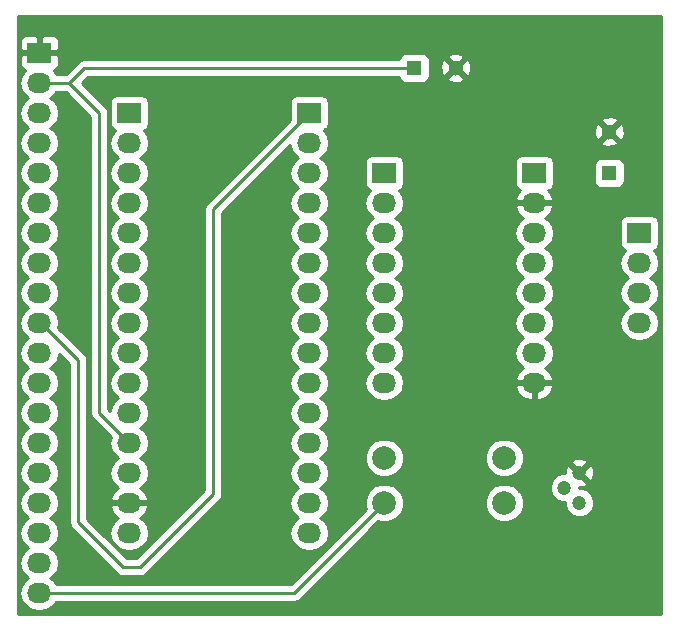
<source format=gbl>
G04 #@! TF.FileFunction,Copper,L2,Bot,Signal*
%FSLAX46Y46*%
G04 Gerber Fmt 4.6, Leading zero omitted, Abs format (unit mm)*
G04 Created by KiCad (PCBNEW 4.0.4+e1-6308~48~ubuntu16.04.1-stable) date Mon Oct 24 14:54:08 2016*
%MOMM*%
%LPD*%
G01*
G04 APERTURE LIST*
%ADD10C,0.100000*%
%ADD11R,2.032000X1.727200*%
%ADD12O,2.032000X1.727200*%
%ADD13C,1.300000*%
%ADD14R,1.300000X1.300000*%
%ADD15C,1.200000*%
%ADD16C,1.998980*%
%ADD17C,0.250000*%
%ADD18C,0.254000*%
G04 APERTURE END LIST*
D10*
D11*
X58420000Y-60960000D03*
D12*
X58420000Y-63500000D03*
X58420000Y-66040000D03*
X58420000Y-68580000D03*
X58420000Y-71120000D03*
X58420000Y-73660000D03*
X58420000Y-76200000D03*
X58420000Y-78740000D03*
X58420000Y-81280000D03*
X58420000Y-83820000D03*
X58420000Y-86360000D03*
X58420000Y-88900000D03*
X58420000Y-91440000D03*
X58420000Y-93980000D03*
X58420000Y-96520000D03*
D11*
X73660000Y-60960000D03*
D12*
X73660000Y-63500000D03*
X73660000Y-66040000D03*
X73660000Y-68580000D03*
X73660000Y-71120000D03*
X73660000Y-73660000D03*
X73660000Y-76200000D03*
X73660000Y-78740000D03*
X73660000Y-81280000D03*
X73660000Y-83820000D03*
X73660000Y-86360000D03*
X73660000Y-88900000D03*
X73660000Y-91440000D03*
X73660000Y-93980000D03*
X73660000Y-96520000D03*
D11*
X80010000Y-66040000D03*
D12*
X80010000Y-68580000D03*
X80010000Y-71120000D03*
X80010000Y-73660000D03*
X80010000Y-76200000D03*
X80010000Y-78740000D03*
X80010000Y-81280000D03*
X80010000Y-83820000D03*
D11*
X92710000Y-66040000D03*
D12*
X92710000Y-68580000D03*
X92710000Y-71120000D03*
X92710000Y-73660000D03*
X92710000Y-76200000D03*
X92710000Y-78740000D03*
X92710000Y-81280000D03*
X92710000Y-83820000D03*
D11*
X101600000Y-71120000D03*
D12*
X101600000Y-73660000D03*
X101600000Y-76200000D03*
X101600000Y-78740000D03*
D13*
X86050000Y-57150000D03*
D14*
X82550000Y-57150000D03*
D15*
X96520000Y-91440000D03*
X95250000Y-92710000D03*
X96520000Y-93980000D03*
D16*
X80010000Y-93980000D03*
X90170000Y-93980000D03*
X80010000Y-90170000D03*
X90170000Y-90170000D03*
D13*
X99060000Y-62540000D03*
D14*
X99060000Y-66040000D03*
D11*
X50800000Y-55880000D03*
D12*
X50800000Y-58420000D03*
X50800000Y-60960000D03*
X50800000Y-63500000D03*
X50800000Y-66040000D03*
X50800000Y-68580000D03*
X50800000Y-71120000D03*
X50800000Y-73660000D03*
X50800000Y-76200000D03*
X50800000Y-78740000D03*
X50800000Y-81280000D03*
X50800000Y-83820000D03*
X50800000Y-86360000D03*
X50800000Y-88900000D03*
X50800000Y-91440000D03*
X50800000Y-93980000D03*
X50800000Y-96520000D03*
X50800000Y-99060000D03*
X50800000Y-101600000D03*
D17*
X50800000Y-101600000D02*
X72390000Y-101600000D01*
X72390000Y-101600000D02*
X80010000Y-93980000D01*
X53340000Y-58420000D02*
X54610000Y-57150000D01*
X54610000Y-57150000D02*
X82550000Y-57150000D01*
X50800000Y-58420000D02*
X53340000Y-58420000D01*
X55880000Y-86360000D02*
X58420000Y-88900000D01*
X55880000Y-60960000D02*
X55880000Y-86360000D01*
X53340000Y-58420000D02*
X55880000Y-60960000D01*
X50800000Y-78740000D02*
X50927000Y-78740000D01*
X50927000Y-78740000D02*
X54102000Y-81915000D01*
X54102000Y-81915000D02*
X54102000Y-95631000D01*
X54102000Y-95631000D02*
X57912000Y-99441000D01*
X57912000Y-99441000D02*
X59309000Y-99441000D01*
X59309000Y-99441000D02*
X65532000Y-93218000D01*
X65532000Y-93218000D02*
X65532000Y-69088000D01*
X65532000Y-69088000D02*
X73660000Y-60960000D01*
D18*
G36*
X103430000Y-103430000D02*
X48970000Y-103430000D01*
X48970000Y-58420000D01*
X49116655Y-58420000D01*
X49230729Y-58993489D01*
X49555585Y-59479670D01*
X49870366Y-59690000D01*
X49555585Y-59900330D01*
X49230729Y-60386511D01*
X49116655Y-60960000D01*
X49230729Y-61533489D01*
X49555585Y-62019670D01*
X49870366Y-62230000D01*
X49555585Y-62440330D01*
X49230729Y-62926511D01*
X49116655Y-63500000D01*
X49230729Y-64073489D01*
X49555585Y-64559670D01*
X49870366Y-64770000D01*
X49555585Y-64980330D01*
X49230729Y-65466511D01*
X49116655Y-66040000D01*
X49230729Y-66613489D01*
X49555585Y-67099670D01*
X49870366Y-67310000D01*
X49555585Y-67520330D01*
X49230729Y-68006511D01*
X49116655Y-68580000D01*
X49230729Y-69153489D01*
X49555585Y-69639670D01*
X49870366Y-69850000D01*
X49555585Y-70060330D01*
X49230729Y-70546511D01*
X49116655Y-71120000D01*
X49230729Y-71693489D01*
X49555585Y-72179670D01*
X49870366Y-72390000D01*
X49555585Y-72600330D01*
X49230729Y-73086511D01*
X49116655Y-73660000D01*
X49230729Y-74233489D01*
X49555585Y-74719670D01*
X49870366Y-74930000D01*
X49555585Y-75140330D01*
X49230729Y-75626511D01*
X49116655Y-76200000D01*
X49230729Y-76773489D01*
X49555585Y-77259670D01*
X49870366Y-77470000D01*
X49555585Y-77680330D01*
X49230729Y-78166511D01*
X49116655Y-78740000D01*
X49230729Y-79313489D01*
X49555585Y-79799670D01*
X49870366Y-80010000D01*
X49555585Y-80220330D01*
X49230729Y-80706511D01*
X49116655Y-81280000D01*
X49230729Y-81853489D01*
X49555585Y-82339670D01*
X49870366Y-82550000D01*
X49555585Y-82760330D01*
X49230729Y-83246511D01*
X49116655Y-83820000D01*
X49230729Y-84393489D01*
X49555585Y-84879670D01*
X49870366Y-85090000D01*
X49555585Y-85300330D01*
X49230729Y-85786511D01*
X49116655Y-86360000D01*
X49230729Y-86933489D01*
X49555585Y-87419670D01*
X49870366Y-87630000D01*
X49555585Y-87840330D01*
X49230729Y-88326511D01*
X49116655Y-88900000D01*
X49230729Y-89473489D01*
X49555585Y-89959670D01*
X49870366Y-90170000D01*
X49555585Y-90380330D01*
X49230729Y-90866511D01*
X49116655Y-91440000D01*
X49230729Y-92013489D01*
X49555585Y-92499670D01*
X49870366Y-92710000D01*
X49555585Y-92920330D01*
X49230729Y-93406511D01*
X49116655Y-93980000D01*
X49230729Y-94553489D01*
X49555585Y-95039670D01*
X49870366Y-95250000D01*
X49555585Y-95460330D01*
X49230729Y-95946511D01*
X49116655Y-96520000D01*
X49230729Y-97093489D01*
X49555585Y-97579670D01*
X49870366Y-97790000D01*
X49555585Y-98000330D01*
X49230729Y-98486511D01*
X49116655Y-99060000D01*
X49230729Y-99633489D01*
X49555585Y-100119670D01*
X49870366Y-100330000D01*
X49555585Y-100540330D01*
X49230729Y-101026511D01*
X49116655Y-101600000D01*
X49230729Y-102173489D01*
X49555585Y-102659670D01*
X50041766Y-102984526D01*
X50615255Y-103098600D01*
X50984745Y-103098600D01*
X51558234Y-102984526D01*
X52044415Y-102659670D01*
X52244648Y-102360000D01*
X72390000Y-102360000D01*
X72680839Y-102302148D01*
X72927401Y-102137401D01*
X79518917Y-95545885D01*
X79683453Y-95614206D01*
X80333694Y-95614774D01*
X80934655Y-95366462D01*
X81394846Y-94907073D01*
X81644206Y-94306547D01*
X81644208Y-94303694D01*
X88535226Y-94303694D01*
X88783538Y-94904655D01*
X89242927Y-95364846D01*
X89843453Y-95614206D01*
X90493694Y-95614774D01*
X91094655Y-95366462D01*
X91554846Y-94907073D01*
X91804206Y-94306547D01*
X91804774Y-93656306D01*
X91556462Y-93055345D01*
X91455872Y-92954579D01*
X94014786Y-92954579D01*
X94202408Y-93408657D01*
X94549515Y-93756371D01*
X95003266Y-93944785D01*
X95285030Y-93945031D01*
X95284786Y-94224579D01*
X95472408Y-94678657D01*
X95819515Y-95026371D01*
X96273266Y-95214785D01*
X96764579Y-95215214D01*
X97218657Y-95027592D01*
X97566371Y-94680485D01*
X97754785Y-94226734D01*
X97755214Y-93735421D01*
X97567592Y-93281343D01*
X97220485Y-92933629D01*
X96766734Y-92745215D01*
X96484970Y-92744969D01*
X96485027Y-92679521D01*
X96841413Y-92657482D01*
X97153617Y-92528164D01*
X97203130Y-92302735D01*
X96520000Y-91619605D01*
X96505858Y-91633748D01*
X96326253Y-91454143D01*
X96340395Y-91440000D01*
X96699605Y-91440000D01*
X97382735Y-92123130D01*
X97608164Y-92073617D01*
X97767807Y-91608964D01*
X97737482Y-91118587D01*
X97608164Y-90806383D01*
X97382735Y-90756870D01*
X96699605Y-91440000D01*
X96340395Y-91440000D01*
X95657265Y-90756870D01*
X95431836Y-90806383D01*
X95272193Y-91271036D01*
X95284808Y-91475030D01*
X95005421Y-91474786D01*
X94551343Y-91662408D01*
X94203629Y-92009515D01*
X94015215Y-92463266D01*
X94014786Y-92954579D01*
X91455872Y-92954579D01*
X91097073Y-92595154D01*
X90496547Y-92345794D01*
X89846306Y-92345226D01*
X89245345Y-92593538D01*
X88785154Y-93052927D01*
X88535794Y-93653453D01*
X88535226Y-94303694D01*
X81644208Y-94303694D01*
X81644774Y-93656306D01*
X81396462Y-93055345D01*
X80937073Y-92595154D01*
X80336547Y-92345794D01*
X79686306Y-92345226D01*
X79085345Y-92593538D01*
X78625154Y-93052927D01*
X78375794Y-93653453D01*
X78375226Y-94303694D01*
X78444309Y-94470889D01*
X72075198Y-100840000D01*
X52244648Y-100840000D01*
X52044415Y-100540330D01*
X51729634Y-100330000D01*
X52044415Y-100119670D01*
X52369271Y-99633489D01*
X52483345Y-99060000D01*
X52369271Y-98486511D01*
X52044415Y-98000330D01*
X51729634Y-97790000D01*
X52044415Y-97579670D01*
X52369271Y-97093489D01*
X52483345Y-96520000D01*
X52369271Y-95946511D01*
X52044415Y-95460330D01*
X51729634Y-95250000D01*
X52044415Y-95039670D01*
X52369271Y-94553489D01*
X52483345Y-93980000D01*
X52369271Y-93406511D01*
X52044415Y-92920330D01*
X51729634Y-92710000D01*
X52044415Y-92499670D01*
X52369271Y-92013489D01*
X52483345Y-91440000D01*
X52369271Y-90866511D01*
X52044415Y-90380330D01*
X51729634Y-90170000D01*
X52044415Y-89959670D01*
X52369271Y-89473489D01*
X52483345Y-88900000D01*
X52369271Y-88326511D01*
X52044415Y-87840330D01*
X51729634Y-87630000D01*
X52044415Y-87419670D01*
X52369271Y-86933489D01*
X52483345Y-86360000D01*
X52369271Y-85786511D01*
X52044415Y-85300330D01*
X51729634Y-85090000D01*
X52044415Y-84879670D01*
X52369271Y-84393489D01*
X52483345Y-83820000D01*
X52369271Y-83246511D01*
X52044415Y-82760330D01*
X51729634Y-82550000D01*
X52044415Y-82339670D01*
X52369271Y-81853489D01*
X52468223Y-81356025D01*
X53342000Y-82229802D01*
X53342000Y-95631000D01*
X53399852Y-95921839D01*
X53564599Y-96168401D01*
X57374599Y-99978401D01*
X57621161Y-100143148D01*
X57912000Y-100201000D01*
X59309000Y-100201000D01*
X59599839Y-100143148D01*
X59846401Y-99978401D01*
X66069401Y-93755401D01*
X66234148Y-93508839D01*
X66292000Y-93218000D01*
X66292000Y-69402802D01*
X72012848Y-63681954D01*
X72090729Y-64073489D01*
X72415585Y-64559670D01*
X72730366Y-64770000D01*
X72415585Y-64980330D01*
X72090729Y-65466511D01*
X71976655Y-66040000D01*
X72090729Y-66613489D01*
X72415585Y-67099670D01*
X72730366Y-67310000D01*
X72415585Y-67520330D01*
X72090729Y-68006511D01*
X71976655Y-68580000D01*
X72090729Y-69153489D01*
X72415585Y-69639670D01*
X72730366Y-69850000D01*
X72415585Y-70060330D01*
X72090729Y-70546511D01*
X71976655Y-71120000D01*
X72090729Y-71693489D01*
X72415585Y-72179670D01*
X72730366Y-72390000D01*
X72415585Y-72600330D01*
X72090729Y-73086511D01*
X71976655Y-73660000D01*
X72090729Y-74233489D01*
X72415585Y-74719670D01*
X72730366Y-74930000D01*
X72415585Y-75140330D01*
X72090729Y-75626511D01*
X71976655Y-76200000D01*
X72090729Y-76773489D01*
X72415585Y-77259670D01*
X72730366Y-77470000D01*
X72415585Y-77680330D01*
X72090729Y-78166511D01*
X71976655Y-78740000D01*
X72090729Y-79313489D01*
X72415585Y-79799670D01*
X72730366Y-80010000D01*
X72415585Y-80220330D01*
X72090729Y-80706511D01*
X71976655Y-81280000D01*
X72090729Y-81853489D01*
X72415585Y-82339670D01*
X72730366Y-82550000D01*
X72415585Y-82760330D01*
X72090729Y-83246511D01*
X71976655Y-83820000D01*
X72090729Y-84393489D01*
X72415585Y-84879670D01*
X72730366Y-85090000D01*
X72415585Y-85300330D01*
X72090729Y-85786511D01*
X71976655Y-86360000D01*
X72090729Y-86933489D01*
X72415585Y-87419670D01*
X72730366Y-87630000D01*
X72415585Y-87840330D01*
X72090729Y-88326511D01*
X71976655Y-88900000D01*
X72090729Y-89473489D01*
X72415585Y-89959670D01*
X72730366Y-90170000D01*
X72415585Y-90380330D01*
X72090729Y-90866511D01*
X71976655Y-91440000D01*
X72090729Y-92013489D01*
X72415585Y-92499670D01*
X72730366Y-92710000D01*
X72415585Y-92920330D01*
X72090729Y-93406511D01*
X71976655Y-93980000D01*
X72090729Y-94553489D01*
X72415585Y-95039670D01*
X72730366Y-95250000D01*
X72415585Y-95460330D01*
X72090729Y-95946511D01*
X71976655Y-96520000D01*
X72090729Y-97093489D01*
X72415585Y-97579670D01*
X72901766Y-97904526D01*
X73475255Y-98018600D01*
X73844745Y-98018600D01*
X74418234Y-97904526D01*
X74904415Y-97579670D01*
X75229271Y-97093489D01*
X75343345Y-96520000D01*
X75229271Y-95946511D01*
X74904415Y-95460330D01*
X74589634Y-95250000D01*
X74904415Y-95039670D01*
X75229271Y-94553489D01*
X75343345Y-93980000D01*
X75229271Y-93406511D01*
X74904415Y-92920330D01*
X74589634Y-92710000D01*
X74904415Y-92499670D01*
X75229271Y-92013489D01*
X75343345Y-91440000D01*
X75229271Y-90866511D01*
X74980163Y-90493694D01*
X78375226Y-90493694D01*
X78623538Y-91094655D01*
X79082927Y-91554846D01*
X79683453Y-91804206D01*
X80333694Y-91804774D01*
X80934655Y-91556462D01*
X81394846Y-91097073D01*
X81644206Y-90496547D01*
X81644208Y-90493694D01*
X88535226Y-90493694D01*
X88783538Y-91094655D01*
X89242927Y-91554846D01*
X89843453Y-91804206D01*
X90493694Y-91804774D01*
X91094655Y-91556462D01*
X91554846Y-91097073D01*
X91770688Y-90577265D01*
X95836870Y-90577265D01*
X96520000Y-91260395D01*
X97203130Y-90577265D01*
X97153617Y-90351836D01*
X96688964Y-90192193D01*
X96198587Y-90222518D01*
X95886383Y-90351836D01*
X95836870Y-90577265D01*
X91770688Y-90577265D01*
X91804206Y-90496547D01*
X91804774Y-89846306D01*
X91556462Y-89245345D01*
X91097073Y-88785154D01*
X90496547Y-88535794D01*
X89846306Y-88535226D01*
X89245345Y-88783538D01*
X88785154Y-89242927D01*
X88535794Y-89843453D01*
X88535226Y-90493694D01*
X81644208Y-90493694D01*
X81644774Y-89846306D01*
X81396462Y-89245345D01*
X80937073Y-88785154D01*
X80336547Y-88535794D01*
X79686306Y-88535226D01*
X79085345Y-88783538D01*
X78625154Y-89242927D01*
X78375794Y-89843453D01*
X78375226Y-90493694D01*
X74980163Y-90493694D01*
X74904415Y-90380330D01*
X74589634Y-90170000D01*
X74904415Y-89959670D01*
X75229271Y-89473489D01*
X75343345Y-88900000D01*
X75229271Y-88326511D01*
X74904415Y-87840330D01*
X74589634Y-87630000D01*
X74904415Y-87419670D01*
X75229271Y-86933489D01*
X75343345Y-86360000D01*
X75229271Y-85786511D01*
X74904415Y-85300330D01*
X74589634Y-85090000D01*
X74904415Y-84879670D01*
X75229271Y-84393489D01*
X75343345Y-83820000D01*
X75229271Y-83246511D01*
X74904415Y-82760330D01*
X74589634Y-82550000D01*
X74904415Y-82339670D01*
X75229271Y-81853489D01*
X75343345Y-81280000D01*
X75229271Y-80706511D01*
X74904415Y-80220330D01*
X74589634Y-80010000D01*
X74904415Y-79799670D01*
X75229271Y-79313489D01*
X75343345Y-78740000D01*
X75229271Y-78166511D01*
X74904415Y-77680330D01*
X74589634Y-77470000D01*
X74904415Y-77259670D01*
X75229271Y-76773489D01*
X75343345Y-76200000D01*
X75229271Y-75626511D01*
X74904415Y-75140330D01*
X74589634Y-74930000D01*
X74904415Y-74719670D01*
X75229271Y-74233489D01*
X75343345Y-73660000D01*
X75229271Y-73086511D01*
X74904415Y-72600330D01*
X74589634Y-72390000D01*
X74904415Y-72179670D01*
X75229271Y-71693489D01*
X75343345Y-71120000D01*
X75229271Y-70546511D01*
X74904415Y-70060330D01*
X74589634Y-69850000D01*
X74904415Y-69639670D01*
X75229271Y-69153489D01*
X75343345Y-68580000D01*
X78326655Y-68580000D01*
X78440729Y-69153489D01*
X78765585Y-69639670D01*
X79080366Y-69850000D01*
X78765585Y-70060330D01*
X78440729Y-70546511D01*
X78326655Y-71120000D01*
X78440729Y-71693489D01*
X78765585Y-72179670D01*
X79080366Y-72390000D01*
X78765585Y-72600330D01*
X78440729Y-73086511D01*
X78326655Y-73660000D01*
X78440729Y-74233489D01*
X78765585Y-74719670D01*
X79080366Y-74930000D01*
X78765585Y-75140330D01*
X78440729Y-75626511D01*
X78326655Y-76200000D01*
X78440729Y-76773489D01*
X78765585Y-77259670D01*
X79080366Y-77470000D01*
X78765585Y-77680330D01*
X78440729Y-78166511D01*
X78326655Y-78740000D01*
X78440729Y-79313489D01*
X78765585Y-79799670D01*
X79080366Y-80010000D01*
X78765585Y-80220330D01*
X78440729Y-80706511D01*
X78326655Y-81280000D01*
X78440729Y-81853489D01*
X78765585Y-82339670D01*
X79080366Y-82550000D01*
X78765585Y-82760330D01*
X78440729Y-83246511D01*
X78326655Y-83820000D01*
X78440729Y-84393489D01*
X78765585Y-84879670D01*
X79251766Y-85204526D01*
X79825255Y-85318600D01*
X80194745Y-85318600D01*
X80768234Y-85204526D01*
X81254415Y-84879670D01*
X81579271Y-84393489D01*
X81621930Y-84179026D01*
X91102642Y-84179026D01*
X91105291Y-84194791D01*
X91359268Y-84722036D01*
X91795680Y-85111954D01*
X92348087Y-85305184D01*
X92583000Y-85160924D01*
X92583000Y-83947000D01*
X92837000Y-83947000D01*
X92837000Y-85160924D01*
X93071913Y-85305184D01*
X93624320Y-85111954D01*
X94060732Y-84722036D01*
X94314709Y-84194791D01*
X94317358Y-84179026D01*
X94196217Y-83947000D01*
X92837000Y-83947000D01*
X92583000Y-83947000D01*
X91223783Y-83947000D01*
X91102642Y-84179026D01*
X81621930Y-84179026D01*
X81693345Y-83820000D01*
X81579271Y-83246511D01*
X81254415Y-82760330D01*
X80939634Y-82550000D01*
X81254415Y-82339670D01*
X81579271Y-81853489D01*
X81693345Y-81280000D01*
X81579271Y-80706511D01*
X81254415Y-80220330D01*
X80939634Y-80010000D01*
X81254415Y-79799670D01*
X81579271Y-79313489D01*
X81693345Y-78740000D01*
X81579271Y-78166511D01*
X81254415Y-77680330D01*
X80939634Y-77470000D01*
X81254415Y-77259670D01*
X81579271Y-76773489D01*
X81693345Y-76200000D01*
X81579271Y-75626511D01*
X81254415Y-75140330D01*
X80939634Y-74930000D01*
X81254415Y-74719670D01*
X81579271Y-74233489D01*
X81693345Y-73660000D01*
X81579271Y-73086511D01*
X81254415Y-72600330D01*
X80939634Y-72390000D01*
X81254415Y-72179670D01*
X81579271Y-71693489D01*
X81693345Y-71120000D01*
X91026655Y-71120000D01*
X91140729Y-71693489D01*
X91465585Y-72179670D01*
X91780366Y-72390000D01*
X91465585Y-72600330D01*
X91140729Y-73086511D01*
X91026655Y-73660000D01*
X91140729Y-74233489D01*
X91465585Y-74719670D01*
X91780366Y-74930000D01*
X91465585Y-75140330D01*
X91140729Y-75626511D01*
X91026655Y-76200000D01*
X91140729Y-76773489D01*
X91465585Y-77259670D01*
X91780366Y-77470000D01*
X91465585Y-77680330D01*
X91140729Y-78166511D01*
X91026655Y-78740000D01*
X91140729Y-79313489D01*
X91465585Y-79799670D01*
X91780366Y-80010000D01*
X91465585Y-80220330D01*
X91140729Y-80706511D01*
X91026655Y-81280000D01*
X91140729Y-81853489D01*
X91465585Y-82339670D01*
X91775069Y-82546461D01*
X91359268Y-82917964D01*
X91105291Y-83445209D01*
X91102642Y-83460974D01*
X91223783Y-83693000D01*
X92583000Y-83693000D01*
X92583000Y-83673000D01*
X92837000Y-83673000D01*
X92837000Y-83693000D01*
X94196217Y-83693000D01*
X94317358Y-83460974D01*
X94314709Y-83445209D01*
X94060732Y-82917964D01*
X93644931Y-82546461D01*
X93954415Y-82339670D01*
X94279271Y-81853489D01*
X94393345Y-81280000D01*
X94279271Y-80706511D01*
X93954415Y-80220330D01*
X93639634Y-80010000D01*
X93954415Y-79799670D01*
X94279271Y-79313489D01*
X94393345Y-78740000D01*
X94279271Y-78166511D01*
X93954415Y-77680330D01*
X93639634Y-77470000D01*
X93954415Y-77259670D01*
X94279271Y-76773489D01*
X94393345Y-76200000D01*
X94279271Y-75626511D01*
X93954415Y-75140330D01*
X93639634Y-74930000D01*
X93954415Y-74719670D01*
X94279271Y-74233489D01*
X94393345Y-73660000D01*
X99916655Y-73660000D01*
X100030729Y-74233489D01*
X100355585Y-74719670D01*
X100670366Y-74930000D01*
X100355585Y-75140330D01*
X100030729Y-75626511D01*
X99916655Y-76200000D01*
X100030729Y-76773489D01*
X100355585Y-77259670D01*
X100670366Y-77470000D01*
X100355585Y-77680330D01*
X100030729Y-78166511D01*
X99916655Y-78740000D01*
X100030729Y-79313489D01*
X100355585Y-79799670D01*
X100841766Y-80124526D01*
X101415255Y-80238600D01*
X101784745Y-80238600D01*
X102358234Y-80124526D01*
X102844415Y-79799670D01*
X103169271Y-79313489D01*
X103283345Y-78740000D01*
X103169271Y-78166511D01*
X102844415Y-77680330D01*
X102529634Y-77470000D01*
X102844415Y-77259670D01*
X103169271Y-76773489D01*
X103283345Y-76200000D01*
X103169271Y-75626511D01*
X102844415Y-75140330D01*
X102529634Y-74930000D01*
X102844415Y-74719670D01*
X103169271Y-74233489D01*
X103283345Y-73660000D01*
X103169271Y-73086511D01*
X102844415Y-72600330D01*
X102830087Y-72590757D01*
X102851317Y-72586762D01*
X103067441Y-72447690D01*
X103212431Y-72235490D01*
X103263440Y-71983600D01*
X103263440Y-70256400D01*
X103219162Y-70021083D01*
X103080090Y-69804959D01*
X102867890Y-69659969D01*
X102616000Y-69608960D01*
X100584000Y-69608960D01*
X100348683Y-69653238D01*
X100132559Y-69792310D01*
X99987569Y-70004510D01*
X99936560Y-70256400D01*
X99936560Y-71983600D01*
X99980838Y-72218917D01*
X100119910Y-72435041D01*
X100332110Y-72580031D01*
X100373439Y-72588400D01*
X100355585Y-72600330D01*
X100030729Y-73086511D01*
X99916655Y-73660000D01*
X94393345Y-73660000D01*
X94279271Y-73086511D01*
X93954415Y-72600330D01*
X93639634Y-72390000D01*
X93954415Y-72179670D01*
X94279271Y-71693489D01*
X94393345Y-71120000D01*
X94279271Y-70546511D01*
X93954415Y-70060330D01*
X93644931Y-69853539D01*
X94060732Y-69482036D01*
X94314709Y-68954791D01*
X94317358Y-68939026D01*
X94196217Y-68707000D01*
X92837000Y-68707000D01*
X92837000Y-68727000D01*
X92583000Y-68727000D01*
X92583000Y-68707000D01*
X91223783Y-68707000D01*
X91102642Y-68939026D01*
X91105291Y-68954791D01*
X91359268Y-69482036D01*
X91775069Y-69853539D01*
X91465585Y-70060330D01*
X91140729Y-70546511D01*
X91026655Y-71120000D01*
X81693345Y-71120000D01*
X81579271Y-70546511D01*
X81254415Y-70060330D01*
X80939634Y-69850000D01*
X81254415Y-69639670D01*
X81579271Y-69153489D01*
X81693345Y-68580000D01*
X81579271Y-68006511D01*
X81254415Y-67520330D01*
X81240087Y-67510757D01*
X81261317Y-67506762D01*
X81477441Y-67367690D01*
X81622431Y-67155490D01*
X81673440Y-66903600D01*
X81673440Y-65176400D01*
X91046560Y-65176400D01*
X91046560Y-66903600D01*
X91090838Y-67138917D01*
X91229910Y-67355041D01*
X91442110Y-67500031D01*
X91536927Y-67519232D01*
X91359268Y-67677964D01*
X91105291Y-68205209D01*
X91102642Y-68220974D01*
X91223783Y-68453000D01*
X92583000Y-68453000D01*
X92583000Y-68433000D01*
X92837000Y-68433000D01*
X92837000Y-68453000D01*
X94196217Y-68453000D01*
X94317358Y-68220974D01*
X94314709Y-68205209D01*
X94060732Y-67677964D01*
X93885155Y-67521093D01*
X93961317Y-67506762D01*
X94177441Y-67367690D01*
X94322431Y-67155490D01*
X94373440Y-66903600D01*
X94373440Y-65390000D01*
X97762560Y-65390000D01*
X97762560Y-66690000D01*
X97806838Y-66925317D01*
X97945910Y-67141441D01*
X98158110Y-67286431D01*
X98410000Y-67337440D01*
X99710000Y-67337440D01*
X99945317Y-67293162D01*
X100161441Y-67154090D01*
X100306431Y-66941890D01*
X100357440Y-66690000D01*
X100357440Y-65390000D01*
X100313162Y-65154683D01*
X100174090Y-64938559D01*
X99961890Y-64793569D01*
X99710000Y-64742560D01*
X98410000Y-64742560D01*
X98174683Y-64786838D01*
X97958559Y-64925910D01*
X97813569Y-65138110D01*
X97762560Y-65390000D01*
X94373440Y-65390000D01*
X94373440Y-65176400D01*
X94329162Y-64941083D01*
X94190090Y-64724959D01*
X93977890Y-64579969D01*
X93726000Y-64528960D01*
X91694000Y-64528960D01*
X91458683Y-64573238D01*
X91242559Y-64712310D01*
X91097569Y-64924510D01*
X91046560Y-65176400D01*
X81673440Y-65176400D01*
X81629162Y-64941083D01*
X81490090Y-64724959D01*
X81277890Y-64579969D01*
X81026000Y-64528960D01*
X78994000Y-64528960D01*
X78758683Y-64573238D01*
X78542559Y-64712310D01*
X78397569Y-64924510D01*
X78346560Y-65176400D01*
X78346560Y-66903600D01*
X78390838Y-67138917D01*
X78529910Y-67355041D01*
X78742110Y-67500031D01*
X78783439Y-67508400D01*
X78765585Y-67520330D01*
X78440729Y-68006511D01*
X78326655Y-68580000D01*
X75343345Y-68580000D01*
X75229271Y-68006511D01*
X74904415Y-67520330D01*
X74589634Y-67310000D01*
X74904415Y-67099670D01*
X75229271Y-66613489D01*
X75343345Y-66040000D01*
X75229271Y-65466511D01*
X74904415Y-64980330D01*
X74589634Y-64770000D01*
X74904415Y-64559670D01*
X75229271Y-64073489D01*
X75343345Y-63500000D01*
X75331215Y-63439016D01*
X98340590Y-63439016D01*
X98396271Y-63669611D01*
X98879078Y-63837622D01*
X99389428Y-63808083D01*
X99723729Y-63669611D01*
X99779410Y-63439016D01*
X99060000Y-62719605D01*
X98340590Y-63439016D01*
X75331215Y-63439016D01*
X75229271Y-62926511D01*
X74904415Y-62440330D01*
X74890087Y-62430757D01*
X74911317Y-62426762D01*
X75016500Y-62359078D01*
X97762378Y-62359078D01*
X97791917Y-62869428D01*
X97930389Y-63203729D01*
X98160984Y-63259410D01*
X98880395Y-62540000D01*
X99239605Y-62540000D01*
X99959016Y-63259410D01*
X100189611Y-63203729D01*
X100357622Y-62720922D01*
X100328083Y-62210572D01*
X100189611Y-61876271D01*
X99959016Y-61820590D01*
X99239605Y-62540000D01*
X98880395Y-62540000D01*
X98160984Y-61820590D01*
X97930389Y-61876271D01*
X97762378Y-62359078D01*
X75016500Y-62359078D01*
X75127441Y-62287690D01*
X75272431Y-62075490D01*
X75323440Y-61823600D01*
X75323440Y-61640984D01*
X98340590Y-61640984D01*
X99060000Y-62360395D01*
X99779410Y-61640984D01*
X99723729Y-61410389D01*
X99240922Y-61242378D01*
X98730572Y-61271917D01*
X98396271Y-61410389D01*
X98340590Y-61640984D01*
X75323440Y-61640984D01*
X75323440Y-60096400D01*
X75279162Y-59861083D01*
X75140090Y-59644959D01*
X74927890Y-59499969D01*
X74676000Y-59448960D01*
X72644000Y-59448960D01*
X72408683Y-59493238D01*
X72192559Y-59632310D01*
X72047569Y-59844510D01*
X71996560Y-60096400D01*
X71996560Y-61548638D01*
X64994599Y-68550599D01*
X64829852Y-68797161D01*
X64772000Y-69088000D01*
X64772000Y-92903198D01*
X58994198Y-98681000D01*
X58226802Y-98681000D01*
X56065802Y-96520000D01*
X56736655Y-96520000D01*
X56850729Y-97093489D01*
X57175585Y-97579670D01*
X57661766Y-97904526D01*
X58235255Y-98018600D01*
X58604745Y-98018600D01*
X59178234Y-97904526D01*
X59664415Y-97579670D01*
X59989271Y-97093489D01*
X60103345Y-96520000D01*
X59989271Y-95946511D01*
X59664415Y-95460330D01*
X59354931Y-95253539D01*
X59770732Y-94882036D01*
X60024709Y-94354791D01*
X60027358Y-94339026D01*
X59906217Y-94107000D01*
X58547000Y-94107000D01*
X58547000Y-94127000D01*
X58293000Y-94127000D01*
X58293000Y-94107000D01*
X56933783Y-94107000D01*
X56812642Y-94339026D01*
X56815291Y-94354791D01*
X57069268Y-94882036D01*
X57485069Y-95253539D01*
X57175585Y-95460330D01*
X56850729Y-95946511D01*
X56736655Y-96520000D01*
X56065802Y-96520000D01*
X54862000Y-95316198D01*
X54862000Y-81915000D01*
X54804148Y-81624161D01*
X54639401Y-81377599D01*
X52403452Y-79141650D01*
X52483345Y-78740000D01*
X52369271Y-78166511D01*
X52044415Y-77680330D01*
X51729634Y-77470000D01*
X52044415Y-77259670D01*
X52369271Y-76773489D01*
X52483345Y-76200000D01*
X52369271Y-75626511D01*
X52044415Y-75140330D01*
X51729634Y-74930000D01*
X52044415Y-74719670D01*
X52369271Y-74233489D01*
X52483345Y-73660000D01*
X52369271Y-73086511D01*
X52044415Y-72600330D01*
X51729634Y-72390000D01*
X52044415Y-72179670D01*
X52369271Y-71693489D01*
X52483345Y-71120000D01*
X52369271Y-70546511D01*
X52044415Y-70060330D01*
X51729634Y-69850000D01*
X52044415Y-69639670D01*
X52369271Y-69153489D01*
X52483345Y-68580000D01*
X52369271Y-68006511D01*
X52044415Y-67520330D01*
X51729634Y-67310000D01*
X52044415Y-67099670D01*
X52369271Y-66613489D01*
X52483345Y-66040000D01*
X52369271Y-65466511D01*
X52044415Y-64980330D01*
X51729634Y-64770000D01*
X52044415Y-64559670D01*
X52369271Y-64073489D01*
X52483345Y-63500000D01*
X52369271Y-62926511D01*
X52044415Y-62440330D01*
X51729634Y-62230000D01*
X52044415Y-62019670D01*
X52369271Y-61533489D01*
X52483345Y-60960000D01*
X52369271Y-60386511D01*
X52044415Y-59900330D01*
X51729634Y-59690000D01*
X52044415Y-59479670D01*
X52244648Y-59180000D01*
X53025198Y-59180000D01*
X55120000Y-61274802D01*
X55120000Y-86360000D01*
X55177852Y-86650839D01*
X55342599Y-86897401D01*
X56837619Y-88392421D01*
X56736655Y-88900000D01*
X56850729Y-89473489D01*
X57175585Y-89959670D01*
X57490366Y-90170000D01*
X57175585Y-90380330D01*
X56850729Y-90866511D01*
X56736655Y-91440000D01*
X56850729Y-92013489D01*
X57175585Y-92499670D01*
X57485069Y-92706461D01*
X57069268Y-93077964D01*
X56815291Y-93605209D01*
X56812642Y-93620974D01*
X56933783Y-93853000D01*
X58293000Y-93853000D01*
X58293000Y-93833000D01*
X58547000Y-93833000D01*
X58547000Y-93853000D01*
X59906217Y-93853000D01*
X60027358Y-93620974D01*
X60024709Y-93605209D01*
X59770732Y-93077964D01*
X59354931Y-92706461D01*
X59664415Y-92499670D01*
X59989271Y-92013489D01*
X60103345Y-91440000D01*
X59989271Y-90866511D01*
X59664415Y-90380330D01*
X59349634Y-90170000D01*
X59664415Y-89959670D01*
X59989271Y-89473489D01*
X60103345Y-88900000D01*
X59989271Y-88326511D01*
X59664415Y-87840330D01*
X59349634Y-87630000D01*
X59664415Y-87419670D01*
X59989271Y-86933489D01*
X60103345Y-86360000D01*
X59989271Y-85786511D01*
X59664415Y-85300330D01*
X59349634Y-85090000D01*
X59664415Y-84879670D01*
X59989271Y-84393489D01*
X60103345Y-83820000D01*
X59989271Y-83246511D01*
X59664415Y-82760330D01*
X59349634Y-82550000D01*
X59664415Y-82339670D01*
X59989271Y-81853489D01*
X60103345Y-81280000D01*
X59989271Y-80706511D01*
X59664415Y-80220330D01*
X59349634Y-80010000D01*
X59664415Y-79799670D01*
X59989271Y-79313489D01*
X60103345Y-78740000D01*
X59989271Y-78166511D01*
X59664415Y-77680330D01*
X59349634Y-77470000D01*
X59664415Y-77259670D01*
X59989271Y-76773489D01*
X60103345Y-76200000D01*
X59989271Y-75626511D01*
X59664415Y-75140330D01*
X59349634Y-74930000D01*
X59664415Y-74719670D01*
X59989271Y-74233489D01*
X60103345Y-73660000D01*
X59989271Y-73086511D01*
X59664415Y-72600330D01*
X59349634Y-72390000D01*
X59664415Y-72179670D01*
X59989271Y-71693489D01*
X60103345Y-71120000D01*
X59989271Y-70546511D01*
X59664415Y-70060330D01*
X59349634Y-69850000D01*
X59664415Y-69639670D01*
X59989271Y-69153489D01*
X60103345Y-68580000D01*
X59989271Y-68006511D01*
X59664415Y-67520330D01*
X59349634Y-67310000D01*
X59664415Y-67099670D01*
X59989271Y-66613489D01*
X60103345Y-66040000D01*
X59989271Y-65466511D01*
X59664415Y-64980330D01*
X59349634Y-64770000D01*
X59664415Y-64559670D01*
X59989271Y-64073489D01*
X60103345Y-63500000D01*
X59989271Y-62926511D01*
X59664415Y-62440330D01*
X59650087Y-62430757D01*
X59671317Y-62426762D01*
X59887441Y-62287690D01*
X60032431Y-62075490D01*
X60083440Y-61823600D01*
X60083440Y-60096400D01*
X60039162Y-59861083D01*
X59900090Y-59644959D01*
X59687890Y-59499969D01*
X59436000Y-59448960D01*
X57404000Y-59448960D01*
X57168683Y-59493238D01*
X56952559Y-59632310D01*
X56807569Y-59844510D01*
X56756560Y-60096400D01*
X56756560Y-61823600D01*
X56800838Y-62058917D01*
X56939910Y-62275041D01*
X57152110Y-62420031D01*
X57193439Y-62428400D01*
X57175585Y-62440330D01*
X56850729Y-62926511D01*
X56736655Y-63500000D01*
X56850729Y-64073489D01*
X57175585Y-64559670D01*
X57490366Y-64770000D01*
X57175585Y-64980330D01*
X56850729Y-65466511D01*
X56736655Y-66040000D01*
X56850729Y-66613489D01*
X57175585Y-67099670D01*
X57490366Y-67310000D01*
X57175585Y-67520330D01*
X56850729Y-68006511D01*
X56736655Y-68580000D01*
X56850729Y-69153489D01*
X57175585Y-69639670D01*
X57490366Y-69850000D01*
X57175585Y-70060330D01*
X56850729Y-70546511D01*
X56736655Y-71120000D01*
X56850729Y-71693489D01*
X57175585Y-72179670D01*
X57490366Y-72390000D01*
X57175585Y-72600330D01*
X56850729Y-73086511D01*
X56736655Y-73660000D01*
X56850729Y-74233489D01*
X57175585Y-74719670D01*
X57490366Y-74930000D01*
X57175585Y-75140330D01*
X56850729Y-75626511D01*
X56736655Y-76200000D01*
X56850729Y-76773489D01*
X57175585Y-77259670D01*
X57490366Y-77470000D01*
X57175585Y-77680330D01*
X56850729Y-78166511D01*
X56736655Y-78740000D01*
X56850729Y-79313489D01*
X57175585Y-79799670D01*
X57490366Y-80010000D01*
X57175585Y-80220330D01*
X56850729Y-80706511D01*
X56736655Y-81280000D01*
X56850729Y-81853489D01*
X57175585Y-82339670D01*
X57490366Y-82550000D01*
X57175585Y-82760330D01*
X56850729Y-83246511D01*
X56736655Y-83820000D01*
X56850729Y-84393489D01*
X57175585Y-84879670D01*
X57490366Y-85090000D01*
X57175585Y-85300330D01*
X56850729Y-85786511D01*
X56772848Y-86178046D01*
X56640000Y-86045198D01*
X56640000Y-60960000D01*
X56582148Y-60669161D01*
X56582148Y-60669160D01*
X56417401Y-60422599D01*
X54414802Y-58420000D01*
X54924802Y-57910000D01*
X81273258Y-57910000D01*
X81296838Y-58035317D01*
X81435910Y-58251441D01*
X81648110Y-58396431D01*
X81900000Y-58447440D01*
X83200000Y-58447440D01*
X83435317Y-58403162D01*
X83651441Y-58264090D01*
X83796431Y-58051890D01*
X83797012Y-58049016D01*
X85330590Y-58049016D01*
X85386271Y-58279611D01*
X85869078Y-58447622D01*
X86379428Y-58418083D01*
X86713729Y-58279611D01*
X86769410Y-58049016D01*
X86050000Y-57329605D01*
X85330590Y-58049016D01*
X83797012Y-58049016D01*
X83847440Y-57800000D01*
X83847440Y-56969078D01*
X84752378Y-56969078D01*
X84781917Y-57479428D01*
X84920389Y-57813729D01*
X85150984Y-57869410D01*
X85870395Y-57150000D01*
X86229605Y-57150000D01*
X86949016Y-57869410D01*
X87179611Y-57813729D01*
X87347622Y-57330922D01*
X87318083Y-56820572D01*
X87179611Y-56486271D01*
X86949016Y-56430590D01*
X86229605Y-57150000D01*
X85870395Y-57150000D01*
X85150984Y-56430590D01*
X84920389Y-56486271D01*
X84752378Y-56969078D01*
X83847440Y-56969078D01*
X83847440Y-56500000D01*
X83803162Y-56264683D01*
X83794347Y-56250984D01*
X85330590Y-56250984D01*
X86050000Y-56970395D01*
X86769410Y-56250984D01*
X86713729Y-56020389D01*
X86230922Y-55852378D01*
X85720572Y-55881917D01*
X85386271Y-56020389D01*
X85330590Y-56250984D01*
X83794347Y-56250984D01*
X83664090Y-56048559D01*
X83451890Y-55903569D01*
X83200000Y-55852560D01*
X81900000Y-55852560D01*
X81664683Y-55896838D01*
X81448559Y-56035910D01*
X81303569Y-56248110D01*
X81274836Y-56390000D01*
X54610000Y-56390000D01*
X54319160Y-56447852D01*
X54072599Y-56612599D01*
X53025198Y-57660000D01*
X52244648Y-57660000D01*
X52044415Y-57360330D01*
X52022220Y-57345500D01*
X52175699Y-57281927D01*
X52354327Y-57103298D01*
X52451000Y-56869909D01*
X52451000Y-56165750D01*
X52292250Y-56007000D01*
X50927000Y-56007000D01*
X50927000Y-56027000D01*
X50673000Y-56027000D01*
X50673000Y-56007000D01*
X49307750Y-56007000D01*
X49149000Y-56165750D01*
X49149000Y-56869909D01*
X49245673Y-57103298D01*
X49424301Y-57281927D01*
X49577780Y-57345500D01*
X49555585Y-57360330D01*
X49230729Y-57846511D01*
X49116655Y-58420000D01*
X48970000Y-58420000D01*
X48970000Y-54890091D01*
X49149000Y-54890091D01*
X49149000Y-55594250D01*
X49307750Y-55753000D01*
X50673000Y-55753000D01*
X50673000Y-54540150D01*
X50927000Y-54540150D01*
X50927000Y-55753000D01*
X52292250Y-55753000D01*
X52451000Y-55594250D01*
X52451000Y-54890091D01*
X52354327Y-54656702D01*
X52175699Y-54478073D01*
X51942310Y-54381400D01*
X51085750Y-54381400D01*
X50927000Y-54540150D01*
X50673000Y-54540150D01*
X50514250Y-54381400D01*
X49657690Y-54381400D01*
X49424301Y-54478073D01*
X49245673Y-54656702D01*
X49149000Y-54890091D01*
X48970000Y-54890091D01*
X48970000Y-52780000D01*
X103430000Y-52780000D01*
X103430000Y-103430000D01*
X103430000Y-103430000D01*
G37*
X103430000Y-103430000D02*
X48970000Y-103430000D01*
X48970000Y-58420000D01*
X49116655Y-58420000D01*
X49230729Y-58993489D01*
X49555585Y-59479670D01*
X49870366Y-59690000D01*
X49555585Y-59900330D01*
X49230729Y-60386511D01*
X49116655Y-60960000D01*
X49230729Y-61533489D01*
X49555585Y-62019670D01*
X49870366Y-62230000D01*
X49555585Y-62440330D01*
X49230729Y-62926511D01*
X49116655Y-63500000D01*
X49230729Y-64073489D01*
X49555585Y-64559670D01*
X49870366Y-64770000D01*
X49555585Y-64980330D01*
X49230729Y-65466511D01*
X49116655Y-66040000D01*
X49230729Y-66613489D01*
X49555585Y-67099670D01*
X49870366Y-67310000D01*
X49555585Y-67520330D01*
X49230729Y-68006511D01*
X49116655Y-68580000D01*
X49230729Y-69153489D01*
X49555585Y-69639670D01*
X49870366Y-69850000D01*
X49555585Y-70060330D01*
X49230729Y-70546511D01*
X49116655Y-71120000D01*
X49230729Y-71693489D01*
X49555585Y-72179670D01*
X49870366Y-72390000D01*
X49555585Y-72600330D01*
X49230729Y-73086511D01*
X49116655Y-73660000D01*
X49230729Y-74233489D01*
X49555585Y-74719670D01*
X49870366Y-74930000D01*
X49555585Y-75140330D01*
X49230729Y-75626511D01*
X49116655Y-76200000D01*
X49230729Y-76773489D01*
X49555585Y-77259670D01*
X49870366Y-77470000D01*
X49555585Y-77680330D01*
X49230729Y-78166511D01*
X49116655Y-78740000D01*
X49230729Y-79313489D01*
X49555585Y-79799670D01*
X49870366Y-80010000D01*
X49555585Y-80220330D01*
X49230729Y-80706511D01*
X49116655Y-81280000D01*
X49230729Y-81853489D01*
X49555585Y-82339670D01*
X49870366Y-82550000D01*
X49555585Y-82760330D01*
X49230729Y-83246511D01*
X49116655Y-83820000D01*
X49230729Y-84393489D01*
X49555585Y-84879670D01*
X49870366Y-85090000D01*
X49555585Y-85300330D01*
X49230729Y-85786511D01*
X49116655Y-86360000D01*
X49230729Y-86933489D01*
X49555585Y-87419670D01*
X49870366Y-87630000D01*
X49555585Y-87840330D01*
X49230729Y-88326511D01*
X49116655Y-88900000D01*
X49230729Y-89473489D01*
X49555585Y-89959670D01*
X49870366Y-90170000D01*
X49555585Y-90380330D01*
X49230729Y-90866511D01*
X49116655Y-91440000D01*
X49230729Y-92013489D01*
X49555585Y-92499670D01*
X49870366Y-92710000D01*
X49555585Y-92920330D01*
X49230729Y-93406511D01*
X49116655Y-93980000D01*
X49230729Y-94553489D01*
X49555585Y-95039670D01*
X49870366Y-95250000D01*
X49555585Y-95460330D01*
X49230729Y-95946511D01*
X49116655Y-96520000D01*
X49230729Y-97093489D01*
X49555585Y-97579670D01*
X49870366Y-97790000D01*
X49555585Y-98000330D01*
X49230729Y-98486511D01*
X49116655Y-99060000D01*
X49230729Y-99633489D01*
X49555585Y-100119670D01*
X49870366Y-100330000D01*
X49555585Y-100540330D01*
X49230729Y-101026511D01*
X49116655Y-101600000D01*
X49230729Y-102173489D01*
X49555585Y-102659670D01*
X50041766Y-102984526D01*
X50615255Y-103098600D01*
X50984745Y-103098600D01*
X51558234Y-102984526D01*
X52044415Y-102659670D01*
X52244648Y-102360000D01*
X72390000Y-102360000D01*
X72680839Y-102302148D01*
X72927401Y-102137401D01*
X79518917Y-95545885D01*
X79683453Y-95614206D01*
X80333694Y-95614774D01*
X80934655Y-95366462D01*
X81394846Y-94907073D01*
X81644206Y-94306547D01*
X81644208Y-94303694D01*
X88535226Y-94303694D01*
X88783538Y-94904655D01*
X89242927Y-95364846D01*
X89843453Y-95614206D01*
X90493694Y-95614774D01*
X91094655Y-95366462D01*
X91554846Y-94907073D01*
X91804206Y-94306547D01*
X91804774Y-93656306D01*
X91556462Y-93055345D01*
X91455872Y-92954579D01*
X94014786Y-92954579D01*
X94202408Y-93408657D01*
X94549515Y-93756371D01*
X95003266Y-93944785D01*
X95285030Y-93945031D01*
X95284786Y-94224579D01*
X95472408Y-94678657D01*
X95819515Y-95026371D01*
X96273266Y-95214785D01*
X96764579Y-95215214D01*
X97218657Y-95027592D01*
X97566371Y-94680485D01*
X97754785Y-94226734D01*
X97755214Y-93735421D01*
X97567592Y-93281343D01*
X97220485Y-92933629D01*
X96766734Y-92745215D01*
X96484970Y-92744969D01*
X96485027Y-92679521D01*
X96841413Y-92657482D01*
X97153617Y-92528164D01*
X97203130Y-92302735D01*
X96520000Y-91619605D01*
X96505858Y-91633748D01*
X96326253Y-91454143D01*
X96340395Y-91440000D01*
X96699605Y-91440000D01*
X97382735Y-92123130D01*
X97608164Y-92073617D01*
X97767807Y-91608964D01*
X97737482Y-91118587D01*
X97608164Y-90806383D01*
X97382735Y-90756870D01*
X96699605Y-91440000D01*
X96340395Y-91440000D01*
X95657265Y-90756870D01*
X95431836Y-90806383D01*
X95272193Y-91271036D01*
X95284808Y-91475030D01*
X95005421Y-91474786D01*
X94551343Y-91662408D01*
X94203629Y-92009515D01*
X94015215Y-92463266D01*
X94014786Y-92954579D01*
X91455872Y-92954579D01*
X91097073Y-92595154D01*
X90496547Y-92345794D01*
X89846306Y-92345226D01*
X89245345Y-92593538D01*
X88785154Y-93052927D01*
X88535794Y-93653453D01*
X88535226Y-94303694D01*
X81644208Y-94303694D01*
X81644774Y-93656306D01*
X81396462Y-93055345D01*
X80937073Y-92595154D01*
X80336547Y-92345794D01*
X79686306Y-92345226D01*
X79085345Y-92593538D01*
X78625154Y-93052927D01*
X78375794Y-93653453D01*
X78375226Y-94303694D01*
X78444309Y-94470889D01*
X72075198Y-100840000D01*
X52244648Y-100840000D01*
X52044415Y-100540330D01*
X51729634Y-100330000D01*
X52044415Y-100119670D01*
X52369271Y-99633489D01*
X52483345Y-99060000D01*
X52369271Y-98486511D01*
X52044415Y-98000330D01*
X51729634Y-97790000D01*
X52044415Y-97579670D01*
X52369271Y-97093489D01*
X52483345Y-96520000D01*
X52369271Y-95946511D01*
X52044415Y-95460330D01*
X51729634Y-95250000D01*
X52044415Y-95039670D01*
X52369271Y-94553489D01*
X52483345Y-93980000D01*
X52369271Y-93406511D01*
X52044415Y-92920330D01*
X51729634Y-92710000D01*
X52044415Y-92499670D01*
X52369271Y-92013489D01*
X52483345Y-91440000D01*
X52369271Y-90866511D01*
X52044415Y-90380330D01*
X51729634Y-90170000D01*
X52044415Y-89959670D01*
X52369271Y-89473489D01*
X52483345Y-88900000D01*
X52369271Y-88326511D01*
X52044415Y-87840330D01*
X51729634Y-87630000D01*
X52044415Y-87419670D01*
X52369271Y-86933489D01*
X52483345Y-86360000D01*
X52369271Y-85786511D01*
X52044415Y-85300330D01*
X51729634Y-85090000D01*
X52044415Y-84879670D01*
X52369271Y-84393489D01*
X52483345Y-83820000D01*
X52369271Y-83246511D01*
X52044415Y-82760330D01*
X51729634Y-82550000D01*
X52044415Y-82339670D01*
X52369271Y-81853489D01*
X52468223Y-81356025D01*
X53342000Y-82229802D01*
X53342000Y-95631000D01*
X53399852Y-95921839D01*
X53564599Y-96168401D01*
X57374599Y-99978401D01*
X57621161Y-100143148D01*
X57912000Y-100201000D01*
X59309000Y-100201000D01*
X59599839Y-100143148D01*
X59846401Y-99978401D01*
X66069401Y-93755401D01*
X66234148Y-93508839D01*
X66292000Y-93218000D01*
X66292000Y-69402802D01*
X72012848Y-63681954D01*
X72090729Y-64073489D01*
X72415585Y-64559670D01*
X72730366Y-64770000D01*
X72415585Y-64980330D01*
X72090729Y-65466511D01*
X71976655Y-66040000D01*
X72090729Y-66613489D01*
X72415585Y-67099670D01*
X72730366Y-67310000D01*
X72415585Y-67520330D01*
X72090729Y-68006511D01*
X71976655Y-68580000D01*
X72090729Y-69153489D01*
X72415585Y-69639670D01*
X72730366Y-69850000D01*
X72415585Y-70060330D01*
X72090729Y-70546511D01*
X71976655Y-71120000D01*
X72090729Y-71693489D01*
X72415585Y-72179670D01*
X72730366Y-72390000D01*
X72415585Y-72600330D01*
X72090729Y-73086511D01*
X71976655Y-73660000D01*
X72090729Y-74233489D01*
X72415585Y-74719670D01*
X72730366Y-74930000D01*
X72415585Y-75140330D01*
X72090729Y-75626511D01*
X71976655Y-76200000D01*
X72090729Y-76773489D01*
X72415585Y-77259670D01*
X72730366Y-77470000D01*
X72415585Y-77680330D01*
X72090729Y-78166511D01*
X71976655Y-78740000D01*
X72090729Y-79313489D01*
X72415585Y-79799670D01*
X72730366Y-80010000D01*
X72415585Y-80220330D01*
X72090729Y-80706511D01*
X71976655Y-81280000D01*
X72090729Y-81853489D01*
X72415585Y-82339670D01*
X72730366Y-82550000D01*
X72415585Y-82760330D01*
X72090729Y-83246511D01*
X71976655Y-83820000D01*
X72090729Y-84393489D01*
X72415585Y-84879670D01*
X72730366Y-85090000D01*
X72415585Y-85300330D01*
X72090729Y-85786511D01*
X71976655Y-86360000D01*
X72090729Y-86933489D01*
X72415585Y-87419670D01*
X72730366Y-87630000D01*
X72415585Y-87840330D01*
X72090729Y-88326511D01*
X71976655Y-88900000D01*
X72090729Y-89473489D01*
X72415585Y-89959670D01*
X72730366Y-90170000D01*
X72415585Y-90380330D01*
X72090729Y-90866511D01*
X71976655Y-91440000D01*
X72090729Y-92013489D01*
X72415585Y-92499670D01*
X72730366Y-92710000D01*
X72415585Y-92920330D01*
X72090729Y-93406511D01*
X71976655Y-93980000D01*
X72090729Y-94553489D01*
X72415585Y-95039670D01*
X72730366Y-95250000D01*
X72415585Y-95460330D01*
X72090729Y-95946511D01*
X71976655Y-96520000D01*
X72090729Y-97093489D01*
X72415585Y-97579670D01*
X72901766Y-97904526D01*
X73475255Y-98018600D01*
X73844745Y-98018600D01*
X74418234Y-97904526D01*
X74904415Y-97579670D01*
X75229271Y-97093489D01*
X75343345Y-96520000D01*
X75229271Y-95946511D01*
X74904415Y-95460330D01*
X74589634Y-95250000D01*
X74904415Y-95039670D01*
X75229271Y-94553489D01*
X75343345Y-93980000D01*
X75229271Y-93406511D01*
X74904415Y-92920330D01*
X74589634Y-92710000D01*
X74904415Y-92499670D01*
X75229271Y-92013489D01*
X75343345Y-91440000D01*
X75229271Y-90866511D01*
X74980163Y-90493694D01*
X78375226Y-90493694D01*
X78623538Y-91094655D01*
X79082927Y-91554846D01*
X79683453Y-91804206D01*
X80333694Y-91804774D01*
X80934655Y-91556462D01*
X81394846Y-91097073D01*
X81644206Y-90496547D01*
X81644208Y-90493694D01*
X88535226Y-90493694D01*
X88783538Y-91094655D01*
X89242927Y-91554846D01*
X89843453Y-91804206D01*
X90493694Y-91804774D01*
X91094655Y-91556462D01*
X91554846Y-91097073D01*
X91770688Y-90577265D01*
X95836870Y-90577265D01*
X96520000Y-91260395D01*
X97203130Y-90577265D01*
X97153617Y-90351836D01*
X96688964Y-90192193D01*
X96198587Y-90222518D01*
X95886383Y-90351836D01*
X95836870Y-90577265D01*
X91770688Y-90577265D01*
X91804206Y-90496547D01*
X91804774Y-89846306D01*
X91556462Y-89245345D01*
X91097073Y-88785154D01*
X90496547Y-88535794D01*
X89846306Y-88535226D01*
X89245345Y-88783538D01*
X88785154Y-89242927D01*
X88535794Y-89843453D01*
X88535226Y-90493694D01*
X81644208Y-90493694D01*
X81644774Y-89846306D01*
X81396462Y-89245345D01*
X80937073Y-88785154D01*
X80336547Y-88535794D01*
X79686306Y-88535226D01*
X79085345Y-88783538D01*
X78625154Y-89242927D01*
X78375794Y-89843453D01*
X78375226Y-90493694D01*
X74980163Y-90493694D01*
X74904415Y-90380330D01*
X74589634Y-90170000D01*
X74904415Y-89959670D01*
X75229271Y-89473489D01*
X75343345Y-88900000D01*
X75229271Y-88326511D01*
X74904415Y-87840330D01*
X74589634Y-87630000D01*
X74904415Y-87419670D01*
X75229271Y-86933489D01*
X75343345Y-86360000D01*
X75229271Y-85786511D01*
X74904415Y-85300330D01*
X74589634Y-85090000D01*
X74904415Y-84879670D01*
X75229271Y-84393489D01*
X75343345Y-83820000D01*
X75229271Y-83246511D01*
X74904415Y-82760330D01*
X74589634Y-82550000D01*
X74904415Y-82339670D01*
X75229271Y-81853489D01*
X75343345Y-81280000D01*
X75229271Y-80706511D01*
X74904415Y-80220330D01*
X74589634Y-80010000D01*
X74904415Y-79799670D01*
X75229271Y-79313489D01*
X75343345Y-78740000D01*
X75229271Y-78166511D01*
X74904415Y-77680330D01*
X74589634Y-77470000D01*
X74904415Y-77259670D01*
X75229271Y-76773489D01*
X75343345Y-76200000D01*
X75229271Y-75626511D01*
X74904415Y-75140330D01*
X74589634Y-74930000D01*
X74904415Y-74719670D01*
X75229271Y-74233489D01*
X75343345Y-73660000D01*
X75229271Y-73086511D01*
X74904415Y-72600330D01*
X74589634Y-72390000D01*
X74904415Y-72179670D01*
X75229271Y-71693489D01*
X75343345Y-71120000D01*
X75229271Y-70546511D01*
X74904415Y-70060330D01*
X74589634Y-69850000D01*
X74904415Y-69639670D01*
X75229271Y-69153489D01*
X75343345Y-68580000D01*
X78326655Y-68580000D01*
X78440729Y-69153489D01*
X78765585Y-69639670D01*
X79080366Y-69850000D01*
X78765585Y-70060330D01*
X78440729Y-70546511D01*
X78326655Y-71120000D01*
X78440729Y-71693489D01*
X78765585Y-72179670D01*
X79080366Y-72390000D01*
X78765585Y-72600330D01*
X78440729Y-73086511D01*
X78326655Y-73660000D01*
X78440729Y-74233489D01*
X78765585Y-74719670D01*
X79080366Y-74930000D01*
X78765585Y-75140330D01*
X78440729Y-75626511D01*
X78326655Y-76200000D01*
X78440729Y-76773489D01*
X78765585Y-77259670D01*
X79080366Y-77470000D01*
X78765585Y-77680330D01*
X78440729Y-78166511D01*
X78326655Y-78740000D01*
X78440729Y-79313489D01*
X78765585Y-79799670D01*
X79080366Y-80010000D01*
X78765585Y-80220330D01*
X78440729Y-80706511D01*
X78326655Y-81280000D01*
X78440729Y-81853489D01*
X78765585Y-82339670D01*
X79080366Y-82550000D01*
X78765585Y-82760330D01*
X78440729Y-83246511D01*
X78326655Y-83820000D01*
X78440729Y-84393489D01*
X78765585Y-84879670D01*
X79251766Y-85204526D01*
X79825255Y-85318600D01*
X80194745Y-85318600D01*
X80768234Y-85204526D01*
X81254415Y-84879670D01*
X81579271Y-84393489D01*
X81621930Y-84179026D01*
X91102642Y-84179026D01*
X91105291Y-84194791D01*
X91359268Y-84722036D01*
X91795680Y-85111954D01*
X92348087Y-85305184D01*
X92583000Y-85160924D01*
X92583000Y-83947000D01*
X92837000Y-83947000D01*
X92837000Y-85160924D01*
X93071913Y-85305184D01*
X93624320Y-85111954D01*
X94060732Y-84722036D01*
X94314709Y-84194791D01*
X94317358Y-84179026D01*
X94196217Y-83947000D01*
X92837000Y-83947000D01*
X92583000Y-83947000D01*
X91223783Y-83947000D01*
X91102642Y-84179026D01*
X81621930Y-84179026D01*
X81693345Y-83820000D01*
X81579271Y-83246511D01*
X81254415Y-82760330D01*
X80939634Y-82550000D01*
X81254415Y-82339670D01*
X81579271Y-81853489D01*
X81693345Y-81280000D01*
X81579271Y-80706511D01*
X81254415Y-80220330D01*
X80939634Y-80010000D01*
X81254415Y-79799670D01*
X81579271Y-79313489D01*
X81693345Y-78740000D01*
X81579271Y-78166511D01*
X81254415Y-77680330D01*
X80939634Y-77470000D01*
X81254415Y-77259670D01*
X81579271Y-76773489D01*
X81693345Y-76200000D01*
X81579271Y-75626511D01*
X81254415Y-75140330D01*
X80939634Y-74930000D01*
X81254415Y-74719670D01*
X81579271Y-74233489D01*
X81693345Y-73660000D01*
X81579271Y-73086511D01*
X81254415Y-72600330D01*
X80939634Y-72390000D01*
X81254415Y-72179670D01*
X81579271Y-71693489D01*
X81693345Y-71120000D01*
X91026655Y-71120000D01*
X91140729Y-71693489D01*
X91465585Y-72179670D01*
X91780366Y-72390000D01*
X91465585Y-72600330D01*
X91140729Y-73086511D01*
X91026655Y-73660000D01*
X91140729Y-74233489D01*
X91465585Y-74719670D01*
X91780366Y-74930000D01*
X91465585Y-75140330D01*
X91140729Y-75626511D01*
X91026655Y-76200000D01*
X91140729Y-76773489D01*
X91465585Y-77259670D01*
X91780366Y-77470000D01*
X91465585Y-77680330D01*
X91140729Y-78166511D01*
X91026655Y-78740000D01*
X91140729Y-79313489D01*
X91465585Y-79799670D01*
X91780366Y-80010000D01*
X91465585Y-80220330D01*
X91140729Y-80706511D01*
X91026655Y-81280000D01*
X91140729Y-81853489D01*
X91465585Y-82339670D01*
X91775069Y-82546461D01*
X91359268Y-82917964D01*
X91105291Y-83445209D01*
X91102642Y-83460974D01*
X91223783Y-83693000D01*
X92583000Y-83693000D01*
X92583000Y-83673000D01*
X92837000Y-83673000D01*
X92837000Y-83693000D01*
X94196217Y-83693000D01*
X94317358Y-83460974D01*
X94314709Y-83445209D01*
X94060732Y-82917964D01*
X93644931Y-82546461D01*
X93954415Y-82339670D01*
X94279271Y-81853489D01*
X94393345Y-81280000D01*
X94279271Y-80706511D01*
X93954415Y-80220330D01*
X93639634Y-80010000D01*
X93954415Y-79799670D01*
X94279271Y-79313489D01*
X94393345Y-78740000D01*
X94279271Y-78166511D01*
X93954415Y-77680330D01*
X93639634Y-77470000D01*
X93954415Y-77259670D01*
X94279271Y-76773489D01*
X94393345Y-76200000D01*
X94279271Y-75626511D01*
X93954415Y-75140330D01*
X93639634Y-74930000D01*
X93954415Y-74719670D01*
X94279271Y-74233489D01*
X94393345Y-73660000D01*
X99916655Y-73660000D01*
X100030729Y-74233489D01*
X100355585Y-74719670D01*
X100670366Y-74930000D01*
X100355585Y-75140330D01*
X100030729Y-75626511D01*
X99916655Y-76200000D01*
X100030729Y-76773489D01*
X100355585Y-77259670D01*
X100670366Y-77470000D01*
X100355585Y-77680330D01*
X100030729Y-78166511D01*
X99916655Y-78740000D01*
X100030729Y-79313489D01*
X100355585Y-79799670D01*
X100841766Y-80124526D01*
X101415255Y-80238600D01*
X101784745Y-80238600D01*
X102358234Y-80124526D01*
X102844415Y-79799670D01*
X103169271Y-79313489D01*
X103283345Y-78740000D01*
X103169271Y-78166511D01*
X102844415Y-77680330D01*
X102529634Y-77470000D01*
X102844415Y-77259670D01*
X103169271Y-76773489D01*
X103283345Y-76200000D01*
X103169271Y-75626511D01*
X102844415Y-75140330D01*
X102529634Y-74930000D01*
X102844415Y-74719670D01*
X103169271Y-74233489D01*
X103283345Y-73660000D01*
X103169271Y-73086511D01*
X102844415Y-72600330D01*
X102830087Y-72590757D01*
X102851317Y-72586762D01*
X103067441Y-72447690D01*
X103212431Y-72235490D01*
X103263440Y-71983600D01*
X103263440Y-70256400D01*
X103219162Y-70021083D01*
X103080090Y-69804959D01*
X102867890Y-69659969D01*
X102616000Y-69608960D01*
X100584000Y-69608960D01*
X100348683Y-69653238D01*
X100132559Y-69792310D01*
X99987569Y-70004510D01*
X99936560Y-70256400D01*
X99936560Y-71983600D01*
X99980838Y-72218917D01*
X100119910Y-72435041D01*
X100332110Y-72580031D01*
X100373439Y-72588400D01*
X100355585Y-72600330D01*
X100030729Y-73086511D01*
X99916655Y-73660000D01*
X94393345Y-73660000D01*
X94279271Y-73086511D01*
X93954415Y-72600330D01*
X93639634Y-72390000D01*
X93954415Y-72179670D01*
X94279271Y-71693489D01*
X94393345Y-71120000D01*
X94279271Y-70546511D01*
X93954415Y-70060330D01*
X93644931Y-69853539D01*
X94060732Y-69482036D01*
X94314709Y-68954791D01*
X94317358Y-68939026D01*
X94196217Y-68707000D01*
X92837000Y-68707000D01*
X92837000Y-68727000D01*
X92583000Y-68727000D01*
X92583000Y-68707000D01*
X91223783Y-68707000D01*
X91102642Y-68939026D01*
X91105291Y-68954791D01*
X91359268Y-69482036D01*
X91775069Y-69853539D01*
X91465585Y-70060330D01*
X91140729Y-70546511D01*
X91026655Y-71120000D01*
X81693345Y-71120000D01*
X81579271Y-70546511D01*
X81254415Y-70060330D01*
X80939634Y-69850000D01*
X81254415Y-69639670D01*
X81579271Y-69153489D01*
X81693345Y-68580000D01*
X81579271Y-68006511D01*
X81254415Y-67520330D01*
X81240087Y-67510757D01*
X81261317Y-67506762D01*
X81477441Y-67367690D01*
X81622431Y-67155490D01*
X81673440Y-66903600D01*
X81673440Y-65176400D01*
X91046560Y-65176400D01*
X91046560Y-66903600D01*
X91090838Y-67138917D01*
X91229910Y-67355041D01*
X91442110Y-67500031D01*
X91536927Y-67519232D01*
X91359268Y-67677964D01*
X91105291Y-68205209D01*
X91102642Y-68220974D01*
X91223783Y-68453000D01*
X92583000Y-68453000D01*
X92583000Y-68433000D01*
X92837000Y-68433000D01*
X92837000Y-68453000D01*
X94196217Y-68453000D01*
X94317358Y-68220974D01*
X94314709Y-68205209D01*
X94060732Y-67677964D01*
X93885155Y-67521093D01*
X93961317Y-67506762D01*
X94177441Y-67367690D01*
X94322431Y-67155490D01*
X94373440Y-66903600D01*
X94373440Y-65390000D01*
X97762560Y-65390000D01*
X97762560Y-66690000D01*
X97806838Y-66925317D01*
X97945910Y-67141441D01*
X98158110Y-67286431D01*
X98410000Y-67337440D01*
X99710000Y-67337440D01*
X99945317Y-67293162D01*
X100161441Y-67154090D01*
X100306431Y-66941890D01*
X100357440Y-66690000D01*
X100357440Y-65390000D01*
X100313162Y-65154683D01*
X100174090Y-64938559D01*
X99961890Y-64793569D01*
X99710000Y-64742560D01*
X98410000Y-64742560D01*
X98174683Y-64786838D01*
X97958559Y-64925910D01*
X97813569Y-65138110D01*
X97762560Y-65390000D01*
X94373440Y-65390000D01*
X94373440Y-65176400D01*
X94329162Y-64941083D01*
X94190090Y-64724959D01*
X93977890Y-64579969D01*
X93726000Y-64528960D01*
X91694000Y-64528960D01*
X91458683Y-64573238D01*
X91242559Y-64712310D01*
X91097569Y-64924510D01*
X91046560Y-65176400D01*
X81673440Y-65176400D01*
X81629162Y-64941083D01*
X81490090Y-64724959D01*
X81277890Y-64579969D01*
X81026000Y-64528960D01*
X78994000Y-64528960D01*
X78758683Y-64573238D01*
X78542559Y-64712310D01*
X78397569Y-64924510D01*
X78346560Y-65176400D01*
X78346560Y-66903600D01*
X78390838Y-67138917D01*
X78529910Y-67355041D01*
X78742110Y-67500031D01*
X78783439Y-67508400D01*
X78765585Y-67520330D01*
X78440729Y-68006511D01*
X78326655Y-68580000D01*
X75343345Y-68580000D01*
X75229271Y-68006511D01*
X74904415Y-67520330D01*
X74589634Y-67310000D01*
X74904415Y-67099670D01*
X75229271Y-66613489D01*
X75343345Y-66040000D01*
X75229271Y-65466511D01*
X74904415Y-64980330D01*
X74589634Y-64770000D01*
X74904415Y-64559670D01*
X75229271Y-64073489D01*
X75343345Y-63500000D01*
X75331215Y-63439016D01*
X98340590Y-63439016D01*
X98396271Y-63669611D01*
X98879078Y-63837622D01*
X99389428Y-63808083D01*
X99723729Y-63669611D01*
X99779410Y-63439016D01*
X99060000Y-62719605D01*
X98340590Y-63439016D01*
X75331215Y-63439016D01*
X75229271Y-62926511D01*
X74904415Y-62440330D01*
X74890087Y-62430757D01*
X74911317Y-62426762D01*
X75016500Y-62359078D01*
X97762378Y-62359078D01*
X97791917Y-62869428D01*
X97930389Y-63203729D01*
X98160984Y-63259410D01*
X98880395Y-62540000D01*
X99239605Y-62540000D01*
X99959016Y-63259410D01*
X100189611Y-63203729D01*
X100357622Y-62720922D01*
X100328083Y-62210572D01*
X100189611Y-61876271D01*
X99959016Y-61820590D01*
X99239605Y-62540000D01*
X98880395Y-62540000D01*
X98160984Y-61820590D01*
X97930389Y-61876271D01*
X97762378Y-62359078D01*
X75016500Y-62359078D01*
X75127441Y-62287690D01*
X75272431Y-62075490D01*
X75323440Y-61823600D01*
X75323440Y-61640984D01*
X98340590Y-61640984D01*
X99060000Y-62360395D01*
X99779410Y-61640984D01*
X99723729Y-61410389D01*
X99240922Y-61242378D01*
X98730572Y-61271917D01*
X98396271Y-61410389D01*
X98340590Y-61640984D01*
X75323440Y-61640984D01*
X75323440Y-60096400D01*
X75279162Y-59861083D01*
X75140090Y-59644959D01*
X74927890Y-59499969D01*
X74676000Y-59448960D01*
X72644000Y-59448960D01*
X72408683Y-59493238D01*
X72192559Y-59632310D01*
X72047569Y-59844510D01*
X71996560Y-60096400D01*
X71996560Y-61548638D01*
X64994599Y-68550599D01*
X64829852Y-68797161D01*
X64772000Y-69088000D01*
X64772000Y-92903198D01*
X58994198Y-98681000D01*
X58226802Y-98681000D01*
X56065802Y-96520000D01*
X56736655Y-96520000D01*
X56850729Y-97093489D01*
X57175585Y-97579670D01*
X57661766Y-97904526D01*
X58235255Y-98018600D01*
X58604745Y-98018600D01*
X59178234Y-97904526D01*
X59664415Y-97579670D01*
X59989271Y-97093489D01*
X60103345Y-96520000D01*
X59989271Y-95946511D01*
X59664415Y-95460330D01*
X59354931Y-95253539D01*
X59770732Y-94882036D01*
X60024709Y-94354791D01*
X60027358Y-94339026D01*
X59906217Y-94107000D01*
X58547000Y-94107000D01*
X58547000Y-94127000D01*
X58293000Y-94127000D01*
X58293000Y-94107000D01*
X56933783Y-94107000D01*
X56812642Y-94339026D01*
X56815291Y-94354791D01*
X57069268Y-94882036D01*
X57485069Y-95253539D01*
X57175585Y-95460330D01*
X56850729Y-95946511D01*
X56736655Y-96520000D01*
X56065802Y-96520000D01*
X54862000Y-95316198D01*
X54862000Y-81915000D01*
X54804148Y-81624161D01*
X54639401Y-81377599D01*
X52403452Y-79141650D01*
X52483345Y-78740000D01*
X52369271Y-78166511D01*
X52044415Y-77680330D01*
X51729634Y-77470000D01*
X52044415Y-77259670D01*
X52369271Y-76773489D01*
X52483345Y-76200000D01*
X52369271Y-75626511D01*
X52044415Y-75140330D01*
X51729634Y-74930000D01*
X52044415Y-74719670D01*
X52369271Y-74233489D01*
X52483345Y-73660000D01*
X52369271Y-73086511D01*
X52044415Y-72600330D01*
X51729634Y-72390000D01*
X52044415Y-72179670D01*
X52369271Y-71693489D01*
X52483345Y-71120000D01*
X52369271Y-70546511D01*
X52044415Y-70060330D01*
X51729634Y-69850000D01*
X52044415Y-69639670D01*
X52369271Y-69153489D01*
X52483345Y-68580000D01*
X52369271Y-68006511D01*
X52044415Y-67520330D01*
X51729634Y-67310000D01*
X52044415Y-67099670D01*
X52369271Y-66613489D01*
X52483345Y-66040000D01*
X52369271Y-65466511D01*
X52044415Y-64980330D01*
X51729634Y-64770000D01*
X52044415Y-64559670D01*
X52369271Y-64073489D01*
X52483345Y-63500000D01*
X52369271Y-62926511D01*
X52044415Y-62440330D01*
X51729634Y-62230000D01*
X52044415Y-62019670D01*
X52369271Y-61533489D01*
X52483345Y-60960000D01*
X52369271Y-60386511D01*
X52044415Y-59900330D01*
X51729634Y-59690000D01*
X52044415Y-59479670D01*
X52244648Y-59180000D01*
X53025198Y-59180000D01*
X55120000Y-61274802D01*
X55120000Y-86360000D01*
X55177852Y-86650839D01*
X55342599Y-86897401D01*
X56837619Y-88392421D01*
X56736655Y-88900000D01*
X56850729Y-89473489D01*
X57175585Y-89959670D01*
X57490366Y-90170000D01*
X57175585Y-90380330D01*
X56850729Y-90866511D01*
X56736655Y-91440000D01*
X56850729Y-92013489D01*
X57175585Y-92499670D01*
X57485069Y-92706461D01*
X57069268Y-93077964D01*
X56815291Y-93605209D01*
X56812642Y-93620974D01*
X56933783Y-93853000D01*
X58293000Y-93853000D01*
X58293000Y-93833000D01*
X58547000Y-93833000D01*
X58547000Y-93853000D01*
X59906217Y-93853000D01*
X60027358Y-93620974D01*
X60024709Y-93605209D01*
X59770732Y-93077964D01*
X59354931Y-92706461D01*
X59664415Y-92499670D01*
X59989271Y-92013489D01*
X60103345Y-91440000D01*
X59989271Y-90866511D01*
X59664415Y-90380330D01*
X59349634Y-90170000D01*
X59664415Y-89959670D01*
X59989271Y-89473489D01*
X60103345Y-88900000D01*
X59989271Y-88326511D01*
X59664415Y-87840330D01*
X59349634Y-87630000D01*
X59664415Y-87419670D01*
X59989271Y-86933489D01*
X60103345Y-86360000D01*
X59989271Y-85786511D01*
X59664415Y-85300330D01*
X59349634Y-85090000D01*
X59664415Y-84879670D01*
X59989271Y-84393489D01*
X60103345Y-83820000D01*
X59989271Y-83246511D01*
X59664415Y-82760330D01*
X59349634Y-82550000D01*
X59664415Y-82339670D01*
X59989271Y-81853489D01*
X60103345Y-81280000D01*
X59989271Y-80706511D01*
X59664415Y-80220330D01*
X59349634Y-80010000D01*
X59664415Y-79799670D01*
X59989271Y-79313489D01*
X60103345Y-78740000D01*
X59989271Y-78166511D01*
X59664415Y-77680330D01*
X59349634Y-77470000D01*
X59664415Y-77259670D01*
X59989271Y-76773489D01*
X60103345Y-76200000D01*
X59989271Y-75626511D01*
X59664415Y-75140330D01*
X59349634Y-74930000D01*
X59664415Y-74719670D01*
X59989271Y-74233489D01*
X60103345Y-73660000D01*
X59989271Y-73086511D01*
X59664415Y-72600330D01*
X59349634Y-72390000D01*
X59664415Y-72179670D01*
X59989271Y-71693489D01*
X60103345Y-71120000D01*
X59989271Y-70546511D01*
X59664415Y-70060330D01*
X59349634Y-69850000D01*
X59664415Y-69639670D01*
X59989271Y-69153489D01*
X60103345Y-68580000D01*
X59989271Y-68006511D01*
X59664415Y-67520330D01*
X59349634Y-67310000D01*
X59664415Y-67099670D01*
X59989271Y-66613489D01*
X60103345Y-66040000D01*
X59989271Y-65466511D01*
X59664415Y-64980330D01*
X59349634Y-64770000D01*
X59664415Y-64559670D01*
X59989271Y-64073489D01*
X60103345Y-63500000D01*
X59989271Y-62926511D01*
X59664415Y-62440330D01*
X59650087Y-62430757D01*
X59671317Y-62426762D01*
X59887441Y-62287690D01*
X60032431Y-62075490D01*
X60083440Y-61823600D01*
X60083440Y-60096400D01*
X60039162Y-59861083D01*
X59900090Y-59644959D01*
X59687890Y-59499969D01*
X59436000Y-59448960D01*
X57404000Y-59448960D01*
X57168683Y-59493238D01*
X56952559Y-59632310D01*
X56807569Y-59844510D01*
X56756560Y-60096400D01*
X56756560Y-61823600D01*
X56800838Y-62058917D01*
X56939910Y-62275041D01*
X57152110Y-62420031D01*
X57193439Y-62428400D01*
X57175585Y-62440330D01*
X56850729Y-62926511D01*
X56736655Y-63500000D01*
X56850729Y-64073489D01*
X57175585Y-64559670D01*
X57490366Y-64770000D01*
X57175585Y-64980330D01*
X56850729Y-65466511D01*
X56736655Y-66040000D01*
X56850729Y-66613489D01*
X57175585Y-67099670D01*
X57490366Y-67310000D01*
X57175585Y-67520330D01*
X56850729Y-68006511D01*
X56736655Y-68580000D01*
X56850729Y-69153489D01*
X57175585Y-69639670D01*
X57490366Y-69850000D01*
X57175585Y-70060330D01*
X56850729Y-70546511D01*
X56736655Y-71120000D01*
X56850729Y-71693489D01*
X57175585Y-72179670D01*
X57490366Y-72390000D01*
X57175585Y-72600330D01*
X56850729Y-73086511D01*
X56736655Y-73660000D01*
X56850729Y-74233489D01*
X57175585Y-74719670D01*
X57490366Y-74930000D01*
X57175585Y-75140330D01*
X56850729Y-75626511D01*
X56736655Y-76200000D01*
X56850729Y-76773489D01*
X57175585Y-77259670D01*
X57490366Y-77470000D01*
X57175585Y-77680330D01*
X56850729Y-78166511D01*
X56736655Y-78740000D01*
X56850729Y-79313489D01*
X57175585Y-79799670D01*
X57490366Y-80010000D01*
X57175585Y-80220330D01*
X56850729Y-80706511D01*
X56736655Y-81280000D01*
X56850729Y-81853489D01*
X57175585Y-82339670D01*
X57490366Y-82550000D01*
X57175585Y-82760330D01*
X56850729Y-83246511D01*
X56736655Y-83820000D01*
X56850729Y-84393489D01*
X57175585Y-84879670D01*
X57490366Y-85090000D01*
X57175585Y-85300330D01*
X56850729Y-85786511D01*
X56772848Y-86178046D01*
X56640000Y-86045198D01*
X56640000Y-60960000D01*
X56582148Y-60669161D01*
X56582148Y-60669160D01*
X56417401Y-60422599D01*
X54414802Y-58420000D01*
X54924802Y-57910000D01*
X81273258Y-57910000D01*
X81296838Y-58035317D01*
X81435910Y-58251441D01*
X81648110Y-58396431D01*
X81900000Y-58447440D01*
X83200000Y-58447440D01*
X83435317Y-58403162D01*
X83651441Y-58264090D01*
X83796431Y-58051890D01*
X83797012Y-58049016D01*
X85330590Y-58049016D01*
X85386271Y-58279611D01*
X85869078Y-58447622D01*
X86379428Y-58418083D01*
X86713729Y-58279611D01*
X86769410Y-58049016D01*
X86050000Y-57329605D01*
X85330590Y-58049016D01*
X83797012Y-58049016D01*
X83847440Y-57800000D01*
X83847440Y-56969078D01*
X84752378Y-56969078D01*
X84781917Y-57479428D01*
X84920389Y-57813729D01*
X85150984Y-57869410D01*
X85870395Y-57150000D01*
X86229605Y-57150000D01*
X86949016Y-57869410D01*
X87179611Y-57813729D01*
X87347622Y-57330922D01*
X87318083Y-56820572D01*
X87179611Y-56486271D01*
X86949016Y-56430590D01*
X86229605Y-57150000D01*
X85870395Y-57150000D01*
X85150984Y-56430590D01*
X84920389Y-56486271D01*
X84752378Y-56969078D01*
X83847440Y-56969078D01*
X83847440Y-56500000D01*
X83803162Y-56264683D01*
X83794347Y-56250984D01*
X85330590Y-56250984D01*
X86050000Y-56970395D01*
X86769410Y-56250984D01*
X86713729Y-56020389D01*
X86230922Y-55852378D01*
X85720572Y-55881917D01*
X85386271Y-56020389D01*
X85330590Y-56250984D01*
X83794347Y-56250984D01*
X83664090Y-56048559D01*
X83451890Y-55903569D01*
X83200000Y-55852560D01*
X81900000Y-55852560D01*
X81664683Y-55896838D01*
X81448559Y-56035910D01*
X81303569Y-56248110D01*
X81274836Y-56390000D01*
X54610000Y-56390000D01*
X54319160Y-56447852D01*
X54072599Y-56612599D01*
X53025198Y-57660000D01*
X52244648Y-57660000D01*
X52044415Y-57360330D01*
X52022220Y-57345500D01*
X52175699Y-57281927D01*
X52354327Y-57103298D01*
X52451000Y-56869909D01*
X52451000Y-56165750D01*
X52292250Y-56007000D01*
X50927000Y-56007000D01*
X50927000Y-56027000D01*
X50673000Y-56027000D01*
X50673000Y-56007000D01*
X49307750Y-56007000D01*
X49149000Y-56165750D01*
X49149000Y-56869909D01*
X49245673Y-57103298D01*
X49424301Y-57281927D01*
X49577780Y-57345500D01*
X49555585Y-57360330D01*
X49230729Y-57846511D01*
X49116655Y-58420000D01*
X48970000Y-58420000D01*
X48970000Y-54890091D01*
X49149000Y-54890091D01*
X49149000Y-55594250D01*
X49307750Y-55753000D01*
X50673000Y-55753000D01*
X50673000Y-54540150D01*
X50927000Y-54540150D01*
X50927000Y-55753000D01*
X52292250Y-55753000D01*
X52451000Y-55594250D01*
X52451000Y-54890091D01*
X52354327Y-54656702D01*
X52175699Y-54478073D01*
X51942310Y-54381400D01*
X51085750Y-54381400D01*
X50927000Y-54540150D01*
X50673000Y-54540150D01*
X50514250Y-54381400D01*
X49657690Y-54381400D01*
X49424301Y-54478073D01*
X49245673Y-54656702D01*
X49149000Y-54890091D01*
X48970000Y-54890091D01*
X48970000Y-52780000D01*
X103430000Y-52780000D01*
X103430000Y-103430000D01*
M02*

</source>
